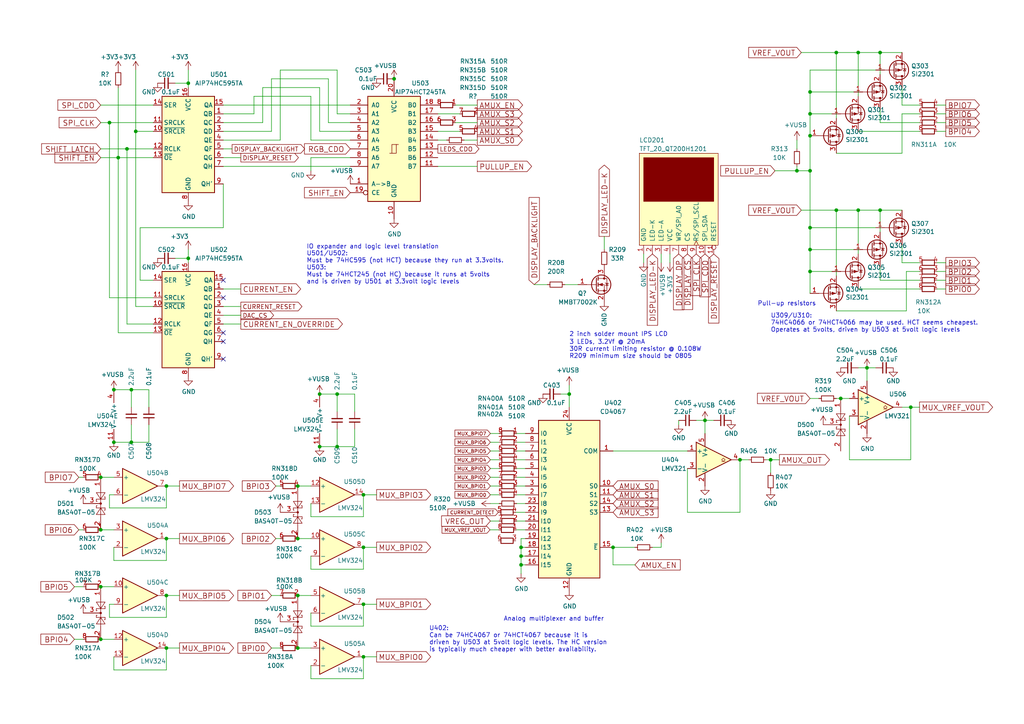
<source format=kicad_sch>
(kicad_sch (version 20230121) (generator eeschema)
  (paper "A4")
  (junction (at 151.13 161.29))
  (junction (at 92.71 114.3))
  (junction (at 29.21 170.18))
  (junction (at 105.41 190.5))
  (junction (at 234.95 33.02))
  (junction (at 248.92 15.24))
  (junction (at 248.92 60.96))
  (junction (at 38.1 113.03))
  (junction (at 86.36 140.97))
  (junction (at 243.84 115.57))
  (junction (at 33.02 128.27))
  (junction (at 223.52 133.35))
  (junction (at 105.41 175.26))
  (junction (at 48.26 140.97))
  (junction (at 251.46 106.68))
  (junction (at 234.95 72.39))
  (junction (at 177.8 158.75))
  (junction (at 29.21 153.67))
  (junction (at 214.63 133.35))
  (junction (at 86.36 156.21))
  (junction (at 255.27 15.24))
  (junction (at 234.95 66.04))
  (junction (at 97.79 114.3))
  (junction (at 86.36 172.72))
  (junction (at 29.21 138.43))
  (junction (at 48.26 187.96))
  (junction (at 31.75 35.56))
  (junction (at 151.13 158.75))
  (junction (at 38.1 128.27))
  (junction (at 34.29 45.72))
  (junction (at 242.57 60.96))
  (junction (at 97.79 129.54))
  (junction (at 48.26 172.72))
  (junction (at 255.27 60.96))
  (junction (at 234.95 49.53))
  (junction (at 204.47 121.92))
  (junction (at 165.1 114.3))
  (junction (at 234.95 78.74))
  (junction (at 231.14 49.53))
  (junction (at 151.13 163.83))
  (junction (at 105.41 143.51))
  (junction (at 234.95 39.37))
  (junction (at 29.21 185.42))
  (junction (at 39.37 38.1))
  (junction (at 54.61 24.13))
  (junction (at 92.71 129.54))
  (junction (at 234.95 26.67))
  (junction (at 48.26 156.21))
  (junction (at 114.3 22.86))
  (junction (at 264.16 118.11))
  (junction (at 86.36 187.96))
  (junction (at 33.02 113.03))
  (junction (at 54.61 74.93))
  (junction (at 242.57 15.24))
  (junction (at 105.41 158.75))
  (junction (at 36.83 43.18))
  (no_connect (at 64.77 104.14))
  (no_connect (at 64.77 96.52))
  (no_connect (at 64.77 81.28))
  (no_connect (at 64.77 86.36))
  (no_connect (at 64.77 99.06))
  (wire (pts (xy 246.38 133.35) (xy 246.38 120.65)))
  (wire (pts (xy 97.79 119.38) (xy 97.79 114.3)))
  (wire (pts (xy 40.64 66.04) (xy 40.64 81.28)))
  (wire (pts (xy 255.27 77.47) (xy 255.27 81.28)))
  (wire (pts (xy 234.95 115.57) (xy 237.49 115.57)))
  (wire (pts (xy 34.29 96.52) (xy 34.29 45.72)))
  (wire (pts (xy 39.37 20.32) (xy 39.37 38.1)))
  (wire (pts (xy 255.27 35.56) (xy 255.27 31.75)))
  (wire (pts (xy 64.77 91.44) (xy 69.85 91.44)))
  (wire (pts (xy 90.17 181.61) (xy 105.41 181.61)))
  (wire (pts (xy 241.3 78.74) (xy 234.95 78.74)))
  (wire (pts (xy 29.21 138.43) (xy 33.02 138.43)))
  (wire (pts (xy 254 20.32) (xy 234.95 20.32)))
  (wire (pts (xy 44.45 93.98) (xy 36.83 93.98)))
  (wire (pts (xy 48.26 140.97) (xy 52.07 140.97)))
  (wire (pts (xy 44.45 30.48) (xy 29.21 30.48)))
  (wire (pts (xy 261.62 25.4) (xy 261.62 30.48)))
  (wire (pts (xy 64.77 48.26) (xy 101.6 48.26)))
  (wire (pts (xy 271.78 33.02) (xy 274.32 33.02)))
  (wire (pts (xy 64.77 33.02) (xy 73.66 33.02)))
  (wire (pts (xy 243.84 115.57) (xy 246.38 115.57)))
  (wire (pts (xy 149.86 143.51) (xy 152.4 143.51)))
  (wire (pts (xy 222.25 133.35) (xy 223.52 133.35)))
  (wire (pts (xy 21.59 185.42) (xy 24.13 185.42)))
  (wire (pts (xy 36.83 43.18) (xy 44.45 43.18)))
  (wire (pts (xy 127 40.64) (xy 129.54 40.64)))
  (wire (pts (xy 158.75 82.55) (xy 154.94 82.55)))
  (wire (pts (xy 44.45 96.52) (xy 34.29 96.52)))
  (wire (pts (xy 138.43 35.56) (xy 132.08 35.56)))
  (wire (pts (xy 261.62 44.45) (xy 242.57 44.45)))
  (wire (pts (xy 105.41 165.1) (xy 105.41 158.75)))
  (wire (pts (xy 90.17 146.05) (xy 90.17 149.86)))
  (wire (pts (xy 186.69 73.66) (xy 186.69 76.2)))
  (wire (pts (xy 132.08 30.48) (xy 138.43 30.48)))
  (wire (pts (xy 231.14 40.64) (xy 231.14 43.18)))
  (wire (pts (xy 248.92 106.68) (xy 251.46 106.68)))
  (wire (pts (xy 21.59 170.18) (xy 24.13 170.18)))
  (wire (pts (xy 86.36 172.72) (xy 90.17 172.72)))
  (wire (pts (xy 223.52 137.16) (xy 223.52 133.35)))
  (wire (pts (xy 152.4 161.29) (xy 151.13 161.29)))
  (wire (pts (xy 247.65 26.67) (xy 234.95 26.67)))
  (wire (pts (xy 248.92 60.96) (xy 242.57 60.96)))
  (wire (pts (xy 80.01 140.97) (xy 81.28 140.97)))
  (wire (pts (xy 152.4 148.59) (xy 149.606 148.59)))
  (wire (pts (xy 248.92 27.94) (xy 248.92 15.24)))
  (wire (pts (xy 105.41 158.75) (xy 109.22 158.75)))
  (wire (pts (xy 48.26 179.07) (xy 48.26 172.72)))
  (wire (pts (xy 184.15 163.83) (xy 177.8 163.83)))
  (wire (pts (xy 95.25 22.86) (xy 95.25 35.56)))
  (wire (pts (xy 64.77 40.64) (xy 81.28 40.64)))
  (wire (pts (xy 133.35 38.1) (xy 127 38.1)))
  (wire (pts (xy 54.61 20.32) (xy 54.61 24.13)))
  (wire (pts (xy 204.47 121.92) (xy 204.47 125.73)))
  (wire (pts (xy 78.74 22.86) (xy 95.25 22.86)))
  (wire (pts (xy 54.61 24.13) (xy 54.61 25.4)))
  (wire (pts (xy 73.66 33.02) (xy 73.66 27.94)))
  (wire (pts (xy 151.13 161.29) (xy 151.13 163.83)))
  (wire (pts (xy 242.57 60.96) (xy 242.57 80.01)))
  (wire (pts (xy 33.02 158.75) (xy 33.02 162.56)))
  (wire (pts (xy 264.16 118.11) (xy 264.16 133.35)))
  (wire (pts (xy 255.27 21.59) (xy 255.27 15.24)))
  (wire (pts (xy 224.79 49.53) (xy 231.14 49.53)))
  (wire (pts (xy 144.78 125.73) (xy 142.24 125.73)))
  (wire (pts (xy 127 33.02) (xy 133.35 33.02)))
  (wire (pts (xy 142.24 128.27) (xy 144.78 128.27)))
  (wire (pts (xy 22.86 153.67) (xy 24.13 153.67)))
  (wire (pts (xy 102.87 119.38) (xy 102.87 114.3)))
  (wire (pts (xy 234.95 33.02) (xy 234.95 39.37)))
  (wire (pts (xy 38.1 118.11) (xy 38.1 113.03)))
  (wire (pts (xy 90.17 27.94) (xy 90.17 40.64)))
  (wire (pts (xy 266.7 118.11) (xy 264.16 118.11)))
  (wire (pts (xy 31.75 35.56) (xy 29.21 35.56)))
  (wire (pts (xy 152.4 135.89) (xy 149.86 135.89)))
  (wire (pts (xy 44.45 86.36) (xy 31.75 86.36)))
  (wire (pts (xy 31.75 86.36) (xy 31.75 35.56)))
  (wire (pts (xy 102.87 129.54) (xy 97.79 129.54)))
  (wire (pts (xy 81.28 40.64) (xy 81.28 20.32)))
  (wire (pts (xy 64.77 38.1) (xy 78.74 38.1)))
  (wire (pts (xy 90.17 149.86) (xy 105.41 149.86)))
  (wire (pts (xy 152.4 156.21) (xy 151.13 156.21)))
  (wire (pts (xy 152.4 140.97) (xy 149.86 140.97)))
  (wire (pts (xy 50.8 74.93) (xy 54.61 74.93)))
  (wire (pts (xy 261.62 71.12) (xy 261.62 76.2)))
  (wire (pts (xy 31.75 143.51) (xy 31.75 147.32)))
  (wire (pts (xy 92.71 25.4) (xy 92.71 38.1)))
  (wire (pts (xy 152.4 163.83) (xy 151.13 163.83)))
  (wire (pts (xy 261.62 76.2) (xy 266.7 76.2)))
  (wire (pts (xy 86.36 187.96) (xy 90.17 187.96)))
  (wire (pts (xy 36.83 43.18) (xy 29.21 43.18)))
  (wire (pts (xy 149.86 138.43) (xy 152.4 138.43)))
  (wire (pts (xy 127 48.26) (xy 138.43 48.26)))
  (wire (pts (xy 78.74 38.1) (xy 78.74 22.86)))
  (wire (pts (xy 90.17 177.8) (xy 90.17 181.61)))
  (wire (pts (xy 90.17 161.29) (xy 90.17 165.1)))
  (wire (pts (xy 194.31 73.66) (xy 194.31 76.2)))
  (wire (pts (xy 274.32 81.28) (xy 271.78 81.28)))
  (wire (pts (xy 38.1 113.03) (xy 33.02 113.03)))
  (wire (pts (xy 43.18 113.03) (xy 38.1 113.03)))
  (wire (pts (xy 184.15 158.75) (xy 177.8 158.75)))
  (wire (pts (xy 97.79 114.3) (xy 92.71 114.3)))
  (wire (pts (xy 31.75 179.07) (xy 48.26 179.07)))
  (wire (pts (xy 78.74 187.96) (xy 81.28 187.96)))
  (wire (pts (xy 254 106.68) (xy 251.46 106.68)))
  (wire (pts (xy 81.28 20.32) (xy 97.79 20.32)))
  (wire (pts (xy 105.41 175.26) (xy 109.22 175.26)))
  (wire (pts (xy 48.26 162.56) (xy 48.26 156.21)))
  (wire (pts (xy 105.41 190.5) (xy 109.22 190.5)))
  (wire (pts (xy 142.24 151.13) (xy 144.78 151.13)))
  (wire (pts (xy 67.31 43.18) (xy 64.77 43.18)))
  (wire (pts (xy 69.85 88.9) (xy 64.77 88.9)))
  (wire (pts (xy 78.74 172.72) (xy 81.28 172.72)))
  (wire (pts (xy 105.41 149.86) (xy 105.41 143.51)))
  (wire (pts (xy 191.77 158.75) (xy 189.23 158.75)))
  (wire (pts (xy 234.95 78.74) (xy 234.95 85.09)))
  (wire (pts (xy 33.02 194.31) (xy 48.26 194.31)))
  (wire (pts (xy 196.85 121.92) (xy 196.85 123.19)))
  (wire (pts (xy 255.27 67.31) (xy 255.27 60.96)))
  (wire (pts (xy 231.14 49.53) (xy 231.14 48.26)))
  (wire (pts (xy 165.1 111.76) (xy 165.1 114.3)))
  (wire (pts (xy 234.95 49.53) (xy 234.95 39.37)))
  (wire (pts (xy 90.17 45.72) (xy 90.17 49.53)))
  (wire (pts (xy 151.13 158.75) (xy 152.4 158.75)))
  (wire (pts (xy 217.17 133.35) (xy 214.63 133.35)))
  (wire (pts (xy 105.41 143.51) (xy 109.22 143.51)))
  (wire (pts (xy 255.27 15.24) (xy 248.92 15.24)))
  (wire (pts (xy 142.24 130.81) (xy 144.78 130.81)))
  (wire (pts (xy 271.78 38.1) (xy 274.32 38.1)))
  (wire (pts (xy 199.39 135.89) (xy 199.39 148.59)))
  (wire (pts (xy 254 66.04) (xy 234.95 66.04)))
  (wire (pts (xy 39.37 88.9) (xy 39.37 38.1)))
  (wire (pts (xy 255.27 81.28) (xy 266.7 81.28)))
  (wire (pts (xy 97.79 20.32) (xy 97.79 33.02)))
  (wire (pts (xy 151.13 158.75) (xy 151.13 161.29)))
  (wire (pts (xy 29.21 45.72) (xy 34.29 45.72)))
  (wire (pts (xy 149.733 153.67) (xy 152.4 153.67)))
  (wire (pts (xy 38.1 123.19) (xy 38.1 128.27)))
  (wire (pts (xy 31.75 175.26) (xy 31.75 179.07)))
  (wire (pts (xy 134.62 40.64) (xy 138.43 40.64)))
  (wire (pts (xy 261.62 15.24) (xy 255.27 15.24)))
  (wire (pts (xy 248.92 15.24) (xy 242.57 15.24)))
  (wire (pts (xy 48.26 156.21) (xy 52.07 156.21)))
  (wire (pts (xy 69.85 83.82) (xy 64.77 83.82)))
  (wire (pts (xy 29.21 185.42) (xy 33.02 185.42)))
  (wire (pts (xy 264.16 118.11) (xy 261.62 118.11)))
  (wire (pts (xy 214.63 148.59) (xy 214.63 133.35)))
  (wire (pts (xy 90.17 40.64) (xy 101.6 40.64)))
  (wire (pts (xy 242.57 15.24) (xy 242.57 34.29)))
  (wire (pts (xy 151.13 156.21) (xy 151.13 158.75)))
  (wire (pts (xy 44.45 38.1) (xy 39.37 38.1)))
  (wire (pts (xy 234.95 72.39) (xy 234.95 78.74)))
  (wire (pts (xy 251.46 106.68) (xy 251.46 110.49)))
  (wire (pts (xy 44.45 35.56) (xy 31.75 35.56)))
  (wire (pts (xy 31.75 175.26) (xy 33.02 175.26)))
  (wire (pts (xy 36.83 93.98) (xy 36.83 43.18)))
  (wire (pts (xy 29.21 153.67) (xy 33.02 153.67)))
  (wire (pts (xy 29.21 170.18) (xy 33.02 170.18)))
  (wire (pts (xy 191.77 157.48) (xy 191.77 158.75)))
  (wire (pts (xy 48.26 172.72) (xy 52.07 172.72)))
  (wire (pts (xy 234.95 26.67) (xy 234.95 33.02)))
  (wire (pts (xy 48.26 194.31) (xy 48.26 187.96)))
  (wire (pts (xy 33.02 190.5) (xy 33.02 194.31)))
  (wire (pts (xy 90.17 193.04) (xy 90.17 196.85)))
  (wire (pts (xy 54.61 72.39) (xy 54.61 74.93)))
  (wire (pts (xy 271.78 83.82) (xy 274.32 83.82)))
  (wire (pts (xy 177.8 163.83) (xy 177.8 158.75)))
  (wire (pts (xy 255.27 60.96) (xy 248.92 60.96)))
  (wire (pts (xy 95.25 35.56) (xy 101.6 35.56)))
  (wire (pts (xy 144.653 153.67) (xy 142.113 153.67)))
  (wire (pts (xy 31.75 147.32) (xy 48.26 147.32)))
  (wire (pts (xy 34.29 25.4) (xy 34.29 45.72)))
  (wire (pts (xy 90.17 196.85) (xy 105.41 196.85)))
  (wire (pts (xy 232.41 60.96) (xy 242.57 60.96)))
  (wire (pts (xy 64.77 30.48) (xy 101.6 30.48)))
  (wire (pts (xy 149.86 151.13) (xy 152.4 151.13)))
  (wire (pts (xy 149.86 125.73) (xy 152.4 125.73)))
  (wire (pts (xy 231.14 49.53) (xy 234.95 49.53)))
  (wire (pts (xy 97.79 33.02) (xy 101.6 33.02)))
  (wire (pts (xy 105.41 181.61) (xy 105.41 175.26)))
  (wire (pts (xy 261.62 33.02) (xy 261.62 44.45)))
  (wire (pts (xy 247.65 72.39) (xy 234.95 72.39)))
  (wire (pts (xy 163.83 82.55) (xy 167.64 82.55)))
  (wire (pts (xy 76.2 35.56) (xy 76.2 25.4)))
  (wire (pts (xy 144.78 133.35) (xy 142.24 133.35)))
  (wire (pts (xy 80.01 156.21) (xy 81.28 156.21)))
  (wire (pts (xy 105.41 196.85) (xy 105.41 190.5)))
  (wire (pts (xy 234.95 20.32) (xy 234.95 26.67)))
  (wire (pts (xy 264.16 133.35) (xy 246.38 133.35)))
  (wire (pts (xy 73.66 27.94) (xy 90.17 27.94)))
  (wire (pts (xy 97.79 129.54) (xy 92.71 129.54)))
  (wire (pts (xy 92.71 38.1) (xy 101.6 38.1)))
  (wire (pts (xy 271.78 35.56) (xy 274.32 35.56)))
  (wire (pts (xy 223.52 133.35) (xy 226.06 133.35)))
  (wire (pts (xy 33.02 162.56) (xy 48.26 162.56)))
  (wire (pts (xy 234.95 49.53) (xy 234.95 66.04)))
  (wire (pts (xy 248.92 73.66) (xy 248.92 60.96)))
  (wire (pts (xy 262.89 78.74) (xy 266.7 78.74)))
  (wire (pts (xy 152.4 128.27) (xy 149.86 128.27)))
  (wire (pts (xy 54.61 74.93) (xy 54.61 76.2)))
  (wire (pts (xy 271.78 78.74) (xy 274.32 78.74)))
  (wire (pts (xy 44.45 88.9) (xy 39.37 88.9)))
  (wire (pts (xy 242.57 15.24) (xy 232.41 15.24)))
  (wire (pts (xy 201.93 121.92) (xy 204.47 121.92)))
  (wire (pts (xy 102.87 124.46) (xy 102.87 129.54)))
  (wire (pts (xy 248.92 38.1) (xy 266.7 38.1)))
  (wire (pts (xy 261.62 33.02) (xy 266.7 33.02)))
  (wire (pts (xy 162.56 114.3) (xy 165.1 114.3)))
  (wire (pts (xy 262.89 78.74) (xy 262.89 90.17)))
  (wire (pts (xy 142.24 143.51) (xy 144.78 143.51)))
  (wire (pts (xy 38.1 128.27) (xy 33.02 128.27)))
  (wire (pts (xy 86.36 156.21) (xy 90.17 156.21)))
  (wire (pts (xy 48.26 187.96) (xy 52.07 187.96)))
  (wire (pts (xy 101.6 45.72) (xy 90.17 45.72)))
  (wire (pts (xy 248.92 83.82) (xy 266.7 83.82)))
  (wire (pts (xy 144.78 146.05) (xy 142.24 146.05)))
  (wire (pts (xy 149.86 146.05) (xy 152.4 146.05)))
  (wire (pts (xy 165.1 118.11) (xy 165.1 114.3)))
  (wire (pts (xy 207.01 121.92) (xy 204.47 121.92)))
  (wire (pts (xy 40.64 81.28) (xy 44.45 81.28)))
  (wire (pts (xy 262.89 90.17) (xy 242.57 90.17)))
  (wire (pts (xy 261.62 30.48) (xy 266.7 30.48)))
  (wire (pts (xy 76.2 25.4) (xy 92.71 25.4)))
  (wire (pts (xy 50.8 24.13) (xy 54.61 24.13)))
  (wire (pts (xy 274.32 76.2) (xy 271.78 76.2)))
  (wire (pts (xy 142.24 138.43) (xy 144.78 138.43)))
  (wire (pts (xy 86.36 140.97) (xy 90.17 140.97)))
  (wire (pts (xy 271.78 30.48) (xy 274.32 30.48)))
  (wire (pts (xy 177.8 130.81) (xy 199.39 130.81)))
  (wire (pts (xy 102.87 114.3) (xy 97.79 114.3)))
  (wire (pts (xy 90.17 165.1) (xy 105.41 165.1)))
  (wire (pts (xy 144.78 140.97) (xy 142.24 140.97)))
  (wire (pts (xy 64.77 35.56) (xy 76.2 35.56)))
  (wire (pts (xy 175.26 68.58) (xy 175.26 72.39)))
  (wire (pts (xy 199.39 148.59) (xy 214.63 148.59)))
  (wire (pts (xy 191.77 73.66) (xy 191.77 76.2)))
  (wire (pts (xy 97.79 124.46) (xy 97.79 129.54)))
  (wire (pts (xy 234.95 66.04) (xy 234.95 72.39)))
  (wire (pts (xy 261.62 60.96) (xy 255.27 60.96)))
  (wire (pts (xy 241.3 33.02) (xy 234.95 33.02)))
  (wire (pts (xy 64.77 53.34) (xy 64.77 66.04)))
  (wire (pts (xy 43.18 123.19) (xy 43.18 128.27)))
  (wire (pts (xy 69.85 93.98) (xy 64.77 93.98)))
  (wire (pts (xy 242.57 115.57) (xy 243.84 115.57)))
  (wire (pts (xy 22.86 138.43) (xy 24.13 138.43)))
  (wire (pts (xy 48.26 147.32) (xy 48.26 140.97)))
  (wire (pts (xy 43.18 118.11) (xy 43.18 113.03)))
  (wire (pts (xy 64.77 66.04) (xy 40.64 66.04)))
  (wire (pts (xy 149.86 130.81) (xy 152.4 130.81)))
  (wire (pts (xy 255.27 35.56) (xy 266.7 35.56)))
  (wire (pts (xy 144.78 135.89) (xy 142.24 135.89)))
  (wire (pts (xy 152.4 133.35) (xy 149.86 133.35)))
  (wire (pts (xy 43.18 128.27) (xy 38.1 128.27)))
  (wire (pts (xy 64.77 45.72) (xy 69.85 45.72)))
  (wire (pts (xy 44.45 45.72) (xy 34.29 45.72)))
  (wire (pts (xy 31.75 143.51) (xy 33.02 143.51)))
  (wire (pts (xy 151.13 163.83) (xy 151.13 166.37)))
  (text "IO expander and logic level translation" (at 88.9 72.39 0) (effects (font (size 1.27 1.27)) (justify left bottom)))
  (text "Analog multiplexer and buffer" (at 146.05 180.34 0) (effects (font (size 1.27 1.27)) (justify left bottom)))
  (text "U402:\nCan be 74HC4067 or 74HCT4067 because it is \ndriven by U503 at 5volt logic levels. The HC version \nis typically much cheaper with better availability." (at 124.46 189.23 0) (effects (font (size 1.27 1.27)) (justify left bottom)))
  (text "3 LEDs, 3.2Vf @ 20mA\n30R current limiting resistor @ 0.108W\nR209 minimum size should be 0805" (at 165.1 104.14 0) (effects (font (size 1.27 1.27)) (justify left bottom)))
  (text "2 inch solder mount IPS LCD" (at 165.1 97.79 0) (effects (font (size 1.27 1.27)) (justify left bottom)))
  (text "U501/U502:\nMust be 74HC595 (not HCT) because they run at 3.3volts.\nU503:\nMust be 74HCT245 (not HC) because it runs at 5volts\nand is driven by U501 at 3.3volt logic levels" (at 88.9 82.55 0) (effects (font (size 1.27 1.27)) (justify left bottom)))
  (text "U309/U310:\n74HC4066 or 74HCT4066 may be used. HCT seems cheapest.\nOperates at 5volts, driven by U503 at 5volt logic levels" (at 223.52 96.52 0) (effects (font (size 1.27 1.27)) (justify left bottom)))
  (text "Pull-up resistors" (at 219.71 88.9 0) (effects (font (size 1.27 1.27)) (justify left bottom)))
  (global_label "MUX_VREF_VOUT" (shape input) (at 142.113 153.67 180) (effects (font (size 1 1))) (property "Intersheetrefs" "${INTERSHEET_REFS}" (effects hide)))
  (global_label "AMUX_S3" (shape input) (at 177.8 148.59 0) (effects (font (size 1.524 1.524))) (property "Intersheetrefs" "${INTERSHEET_REFS}" (effects hide)))
  (global_label "AMUX_S3" (shape output) (at 138.43 33.02 0) (effects (font (size 1.524 1.524))) (property "Intersheetrefs" "${INTERSHEET_REFS}" (effects hide)))
  (global_label "AMUX_S2" (shape input) (at 177.8 146.05 0) (effects (font (size 1.524 1.524))) (property "Intersheetrefs" "${INTERSHEET_REFS}" (effects hide)))
  (global_label "CURRENT_EN_OVERRIDE" (shape output) (at 69.85 93.98 0) (effects (font (size 1.524 1.524))) (property "Intersheetrefs" "${INTERSHEET_REFS}" (effects hide)))
  (global_label "DISPLAY_LED-K" (shape output) (at 175.26 68.58 90) (effects (font (size 1.524 1.524))) (property "Intersheetrefs" "${INTERSHEET_REFS}" (effects hide)))
  (global_label "MUX_BPIO5" (shape input) (at 142.24 130.81 180) (effects (font (size 1 1))) (property "Intersheetrefs" "${INTERSHEET_REFS}" (effects hide)))
  (global_label "DAC_CS" (shape output) (at 69.85 91.44 0) (property "Intersheetrefs" "${INTERSHEET_REFS}" (effects hide)))
  (global_label "BPIO0" (shape input) (at 78.74 187.96 180) (effects (font (size 1.524 1.524))) (property "Intersheetrefs" "${INTERSHEET_REFS}" (effects hide)))
  (global_label "DISPLAY_BACKLIGHT" (shape output) (at 67.31 43.18 0) (property "Intersheetrefs" "${INTERSHEET_REFS}" (effects hide)))
  (global_label "BPIO1" (shape input) (at 78.74 172.72 180) (effects (font (size 1.524 1.524))) (property "Intersheetrefs" "${INTERSHEET_REFS}" (effects hide)))
  (global_label "SPI_CLK" (shape input) (at 29.21 35.56 180) (effects (font (size 1.524 1.524))) (property "Intersheetrefs" "${INTERSHEET_REFS}" (effects hide)))
  (global_label "MUX_VREF_VOUT" (shape output) (at 266.7 118.11 0) (effects (font (size 1.524 1.524))) (property "Intersheetrefs" "${INTERSHEET_REFS}" (effects hide)))
  (global_label "SHIFT_EN" (shape input) (at 29.21 45.72 180) (effects (font (size 1.524 1.524))) (property "Intersheetrefs" "${INTERSHEET_REFS}" (effects hide)))
  (global_label "MUX_BPIO4" (shape input) (at 142.24 133.35 180) (effects (font (size 1 1))) (property "Intersheetrefs" "${INTERSHEET_REFS}" (effects hide)))
  (global_label "LEDS_CDO" (shape output) (at 127 43.18 0) (property "Intersheetrefs" "${INTERSHEET_REFS}" (effects hide)))
  (global_label "BPIO0" (shape output) (at 274.32 83.82 0) (effects (font (size 1.524 1.524))) (property "Intersheetrefs" "${INTERSHEET_REFS}" (effects hide)))
  (global_label "VREF_VOUT" (shape input) (at 232.41 60.96 180) (effects (font (size 1.524 1.524))) (property "Intersheetrefs" "${INTERSHEET_REFS}" (effects hide)))
  (global_label "BPIO4" (shape output) (at 274.32 38.1 0) (effects (font (size 1.524 1.524))) (property "Intersheetrefs" "${INTERSHEET_REFS}" (effects hide)))
  (global_label "MUX_BPIO4" (shape output) (at 52.07 187.96 0) (effects (font (size 1.524 1.524))) (property "Intersheetrefs" "${INTERSHEET_REFS}" (effects hide)))
  (global_label "MUX_BPIO3" (shape output) (at 109.22 143.51 0) (effects (font (size 1.524 1.524))) (property "Intersheetrefs" "${INTERSHEET_REFS}" (effects hide)))
  (global_label "VREG_OUT" (shape input) (at 142.24 151.13 180) (effects (font (size 1.524 1.524))) (property "Intersheetrefs" "${INTERSHEET_REFS}" (effects hide)))
  (global_label "MUX_BPIO2" (shape output) (at 109.22 158.75 0) (effects (font (size 1.524 1.524))) (property "Intersheetrefs" "${INTERSHEET_REFS}" (effects hide)))
  (global_label "MUX_BPIO2" (shape input) (at 142.24 138.43 180) (effects (font (size 1 1))) (property "Intersheetrefs" "${INTERSHEET_REFS}" (effects hide)))
  (global_label "VREF_VOUT" (shape input) (at 232.41 15.24 180) (effects (font (size 1.524 1.524))) (property "Intersheetrefs" "${INTERSHEET_REFS}" (effects hide)))
  (global_label "BPIO2" (shape input) (at 80.01 156.21 180) (effects (font (size 1.524 1.524))) (property "Intersheetrefs" "${INTERSHEET_REFS}" (effects hide)))
  (global_label "MUX_BPIO6" (shape output) (at 52.07 156.21 0) (effects (font (size 1.524 1.524))) (property "Intersheetrefs" "${INTERSHEET_REFS}" (effects hide)))
  (global_label "PULLUP_EN" (shape output) (at 138.43 48.26 0) (effects (font (size 1.524 1.524))) (property "Intersheetrefs" "${INTERSHEET_REFS}" (effects hide)))
  (global_label "SPI_CDO" (shape input) (at 29.21 30.48 180) (effects (font (size 1.524 1.524))) (property "Intersheetrefs" "${INTERSHEET_REFS}" (effects hide)))
  (global_label "DISPLAY_BACKLIGHT" (shape input) (at 154.94 82.55 90) (effects (font (size 1.524 1.524))) (property "Intersheetrefs" "${INTERSHEET_REFS}" (effects hide)))
  (global_label "CURRENT_EN" (shape output) (at 69.85 83.82 0) (effects (font (size 1.524 1.524))) (property "Intersheetrefs" "${INTERSHEET_REFS}" (effects hide)))
  (global_label "BPIO5" (shape output) (at 274.32 35.56 0) (effects (font (size 1.524 1.524))) (property "Intersheetrefs" "${INTERSHEET_REFS}" (effects hide)))
  (global_label "SHIFT_EN" (shape input) (at 101.6 55.88 180) (effects (font (size 1.524 1.524))) (property "Intersheetrefs" "${INTERSHEET_REFS}" (effects hide)))
  (global_label "AMUX_EN" (shape input) (at 184.15 163.83 0) (effects (font (size 1.524 1.524))) (property "Intersheetrefs" "${INTERSHEET_REFS}" (effects hide)))
  (global_label "BPIO3" (shape input) (at 80.01 140.97 180) (effects (font (size 1.524 1.524))) (property "Intersheetrefs" "${INTERSHEET_REFS}" (effects hide)))
  (global_label "SPI_CDO" (shape input) (at 204.47 73.66 270) (effects (font (size 1.524 1.524))) (property "Intersheetrefs" "${INTERSHEET_REFS}" (effects hide)))
  (global_label "MUX_BPIO3" (shape input) (at 142.24 135.89 180) (effects (font (size 1 1))) (property "Intersheetrefs" "${INTERSHEET_REFS}" (effects hide)))
  (global_label "MUX_BPIO7" (shape output) (at 52.07 140.97 0) (effects (font (size 1.524 1.524))) (property "Intersheetrefs" "${INTERSHEET_REFS}" (effects hide)))
  (global_label "SHIFT_LATCH" (shape input) (at 29.21 43.18 180) (effects (font (size 1.524 1.524))) (property "Intersheetrefs" "${INTERSHEET_REFS}" (effects hide)))
  (global_label "BPIO6" (shape input) (at 22.86 153.67 180) (effects (font (size 1.524 1.524))) (property "Intersheetrefs" "${INTERSHEET_REFS}" (effects hide)))
  (global_label "PULLUP_EN" (shape input) (at 224.79 49.53 180) (effects (font (size 1.524 1.524))) (property "Intersheetrefs" "${INTERSHEET_REFS}" (effects hide)))
  (global_label "CURRENT_DETECT" (shape input) (at 144.526 148.59 180) (effects (font (size 0.9906 0.9906))) (property "Intersheetrefs" "${INTERSHEET_REFS}" (effects hide)))
  (global_label "VREF_VOUT" (shape input) (at 234.95 115.57 180) (effects (font (size 1.524 1.524))) (property "Intersheetrefs" "${INTERSHEET_REFS}" (effects hide)))
  (global_label "MUX_BPIO0" (shape input) (at 142.24 143.51 180) (effects (font (size 1 1))) (property "Intersheetrefs" "${INTERSHEET_REFS}" (effects hide)))
  (global_label "AMUX_EN" (shape output) (at 138.43 30.48 0) (effects (font (size 1.524 1.524))) (property "Intersheetrefs" "${INTERSHEET_REFS}" (effects hide)))
  (global_label "DISPLAY_LED-K" (shape input) (at 189.23 73.66 270) (effects (font (size 1.524 1.524))) (property "Intersheetrefs" "${INTERSHEET_REFS}" (effects hide)))
  (global_label "AMUX_OUT" (shape output) (at 226.06 133.35 0) (effects (font (size 1.524 1.524))) (property "Intersheetrefs" "${INTERSHEET_REFS}" (effects hide)))
  (global_label "MUX_BPIO0" (shape output) (at 109.22 190.5 0) (effects (font (size 1.524 1.524))) (property "Intersheetrefs" "${INTERSHEET_REFS}" (effects hide)))
  (global_label "BPIO5" (shape input) (at 21.59 170.18 180) (effects (font (size 1.524 1.524))) (property "Intersheetrefs" "${INTERSHEET_REFS}" (effects hide)))
  (global_label "RGB_CDO" (shape input) (at 101.6 43.18 180) (effects (font (size 1.524 1.524))) (property "Intersheetrefs" "${INTERSHEET_REFS}" (effects hide)))
  (global_label "DISPLAY_RESET" (shape input) (at 207.01 73.66 270) (effects (font (size 1.524 1.524))) (property "Intersheetrefs" "${INTERSHEET_REFS}" (effects hide)))
  (global_label "BPIO7" (shape output) (at 274.32 30.48 0) (effects (font (size 1.524 1.524))) (property "Intersheetrefs" "${INTERSHEET_REFS}" (effects hide)))
  (global_label "BPIO7" (shape input) (at 22.86 138.43 180) (effects (font (size 1.524 1.524))) (property "Intersheetrefs" "${INTERSHEET_REFS}" (effects hide)))
  (global_label "SPI_CLK" (shape input) (at 201.93 73.66 270) (effects (font (size 1.524 1.524))) (property "Intersheetrefs" "${INTERSHEET_REFS}" (effects hide)))
  (global_label "MUX_BPIO6" (shape input) (at 142.24 128.27 180) (effects (font (size 1 1))) (property "Intersheetrefs" "${INTERSHEET_REFS}" (effects hide)))
  (global_label "MUX_BPIO7" (shape input) (at 142.24 125.73 180) (effects (font (size 1 1))) (property "Intersheetrefs" "${INTERSHEET_REFS}" (effects hide)))
  (global_label "BPIO6" (shape output) (at 274.32 33.02 0) (effects (font (size 1.524 1.524))) (property "Intersheetrefs" "${INTERSHEET_REFS}" (effects hide)))
  (global_label "DISPLAY_DP" (shape input) (at 196.85 73.66 270) (effects (font (size 1.524 1.524))) (property "Intersheetrefs" "${INTERSHEET_REFS}" (effects hide)))
  (global_label "BPIO1" (shape output) (at 274.32 81.28 0) (effects (font (size 1.524 1.524))) (property "Intersheetrefs" "${INTERSHEET_REFS}" (effects hide)))
  (global_label "CURRENT_RESET" (shape output) (at 69.85 88.9 0) (property "Intersheetrefs" "${INTERSHEET_REFS}" (effects hide)))
  (global_label "AMUX_S0" (shape input) (at 177.8 140.97 0) (effects (font (size 1.524 1.524))) (property "Intersheetrefs" "${INTERSHEET_REFS}" (effects hide)))
  (global_label "BPIO2" (shape output) (at 274.32 78.74 0) (effects (font (size 1.524 1.524))) (property "Intersheetrefs" "${INTERSHEET_REFS}" (effects hide)))
  (global_label "AMUX_S1" (shape output) (at 138.43 38.1 0) (effects (font (size 1.524 1.524))) (property "Intersheetrefs" "${INTERSHEET_REFS}" (effects hide)))
  (global_label "MUX_BPIO1" (shape input) (at 142.24 140.97 180) (effects (font (size 1 1))) (property "Intersheetrefs" "${INTERSHEET_REFS}" (effects hide)))
  (global_label "DISPLAY_RESET" (shape output) (at 69.85 45.72 0) (property "Intersheetrefs" "${INTERSHEET_REFS}" (effects hide)))
  (global_label "AMUX_S2" (shape output) (at 138.43 35.56 0) (effects (font (size 1.524 1.524))) (property "Intersheetrefs" "${INTERSHEET_REFS}" (effects hide)))
  (global_label "MUX_BPIO5" (shape output) (at 52.07 172.72 0) (effects (font (size 1.524 1.524))) (property "Intersheetrefs" "${INTERSHEET_REFS}" (effects hide)))
  (global_label "AMUX_S0" (shape output) (at 138.43 40.64 0) (effects (font (size 1.524 1.524))) (property "Intersheetrefs" "${INTERSHEET_REFS}" (effects hide)))
  (global_label "DISPLAY_CS" (shape input) (at 199.39 73.66 270) (effects (font (size 1.524 1.524))) (property "Intersheetrefs" "${INTERSHEET_REFS}" (effects hide)))
  (global_label "BPIO3" (shape output) (at 274.32 76.2 0) (effects (font (size 1.524 1.524))) (property "Intersheetrefs" "${INTERSHEET_REFS}" (effects hide)))
  (global_label "MUX_BPIO1" (shape output) (at 109.22 175.26 0) (effects (font (size 1.524 1.524))) (property "Intersheetrefs" "${INTERSHEET_REFS}" (effects hide)))
  (global_label "AMUX_S1" (shape input) (at 177.8 143.51 0) (effects (font (size 1.524 1.524))) (property "Intersheetrefs" "${INTERSHEET_REFS}" (effects hide)))
  (global_label "BPIO4" (shape input) (at 21.59 185.42 180) (effects (font (size 1.524 1.524))) (property "Intersheetrefs" "${INTERSHEET_REFS}" (effects hide)))
  (symbol (lib_id "Device:R_Small") (at 186.69 158.75 270) (unit 1)
    (property "Reference" "R402" (at 186.69 153.67 90) (effects (justify right)))
    (property "Value" "10K" (at 186.69 156.21 90) (effects (justify right)))
    (property "Footprint" "Resistor_SMD:R_0402_1005Metric" (effects hide))
    (property "RMB" "0.004864" (effects hide))
    (property "Supplier" "https://item.szlcsc.com/61542.html" (effects hide))
  )
  (symbol (lib_id "Device:R_Small") (at 219.71 133.35 90) (unit 1)
    (property "Reference" "R406" (at 217.17 130.81 90))
    (property "Value" "10K" (at 223.52 130.81 90))
    (property "Footprint" "Resistor_SMD:R_0402_1005Metric" (effects hide))
    (property "RMB" "0.004864" (effects hide))
    (property "Supplier" "https://item.szlcsc.com/61542.html" (effects hide))
  )
  (symbol (lib_id "power:GND") (at 165.1 171.45 0) (unit 1)
    (property "Reference" "#PWR0409" (effects hide))
    (property "Value" "GND" (at 165.227 175.8442 0))
  )
  (symbol (lib_id "Device:C_Small") (at 160.02 114.3 90) (unit 1)
    (property "Reference" "C403" (at 160.02 111.76 90))
    (property "Value" "0.1uF" (at 161.29 116.84 90))
    (property "Footprint" "Capacitor_SMD:C_0402_1005Metric" (effects hide))
    (property "RMB" "0.00628" (effects hide))
    (property "Supplier" "https://item.szlcsc.com/1877.html" (effects hide))
  )
  (symbol (lib_id "power:GND") (at 157.48 114.3 0) (unit 1)
    (property "Reference" "#PWR0407" (effects hide))
    (property "Value" "GND" (at 154.94 116.84 0))
  )
  (symbol (lib_id "74xx:CD74HC4067M") (at 165.1 143.51 0) (mirror y) (unit 1)
    (property "Reference" "U402" (at 177.8 116.84 0))
    (property "Value" "CD4067" (at 177.8 119.38 0))
    (property "Footprint" "Package_SO:TSSOP-24_4.4x7.8mm_P0.65mm" (effects hide))
    (property "Datasheet" "http://www.ti.com/lit/ds/symlink/cd74hc4067.pdf" (effects hide))
    (property "Supplier" "https://eu.mouser.com/ProductDetail/Nexperia/74HCT4067PW118" (effects hide))
    (property "USD" "0.762" (effects hide))
  )
  (symbol (lib_id "dp-power:+VUSB") (at 165.1 111.76 0) (unit 1)
    (property "Reference" "#PWR0408" (effects hide))
    (property "Value" "+VUSB" (at 164.719 107.3658 0))
  )
  (symbol (lib_id "dp-power:+VUSB") (at 231.14 40.64 0) (unit 1)
    (property "Reference" "#PWR0360" (effects hide))
    (property "Value" "+VUSB" (at 230.759 36.2458 0))
  )
  (symbol (lib_id "Device:R_Small") (at 223.52 139.7 180) (unit 1)
    (property "Reference" "R407" (at 224.79 138.43 0) (effects (justify right)))
    (property "Value" "10K" (at 224.79 140.97 0) (effects (justify right)))
    (property "Footprint" "Resistor_SMD:R_0402_1005Metric" (effects hide))
    (property "RMB" "0.004864" (effects hide))
    (property "Supplier" "https://item.szlcsc.com/61542.html" (effects hide))
  )
  (symbol (lib_id "power:GND") (at 223.52 142.24 0) (unit 1)
    (property "Reference" "#PWR0420" (effects hide))
    (property "Value" "GND" (at 223.52 146.05 0))
  )
  (symbol (lib_id "power:GND") (at 186.69 76.2 0) (unit 1)
    (property "Reference" "#PWR0212" (effects hide))
    (property "Value" "GND" (at 186.69 81.28 90))
  )
  (symbol (lib_id "Transistor_FET:BSS138") (at 172.72 82.55 0) (unit 1)
    (property "Reference" "Q?" (at 168.91 85.09 0))
    (property "Value" "MMBT7002K" (at 167.64 87.63 0))
    (property "Footprint" "Package_TO_SOT_SMD:SOT-23" (effects hide))
    (property "Datasheet" "https://www.fairchildsemi.com/datasheets/BS/BSS138.pdf" (effects hide))
    (property "RMB" "0.140017" (effects hide))
    (property "Supplier" "https://item.szlcsc.com/544697.html" (effects hide))
    (instances (project "BusPirate-5-rev10" (path "" (reference "Q?") (unit 1)) (path "" (reference "Q202") (unit 1))))
  )
  (symbol (lib_id "Device:R_Small") (at 175.26 74.93 180) (unit 1)
    (property "Reference" "R209" (at 179.07 72.39 0))
    (property "Value" "33R" (at 179.07 74.93 0))
    (property "Footprint" "Resistor_SMD:R_0805_2012Metric" (effects hide))
    (property "RMB" "0.019315" (effects hide))
    (property "Supplier" "https://item.szlcsc.com/139271.html" (effects hide))
  )
  (symbol (lib_id "power:GND") (at 175.26 87.63 0) (unit 1)
    (property "Reference" "#PWR0211" (effects hide))
    (property "Value" "GND" (at 175.26 92.71 90))
  )
  (symbol (lib_id "power:+3V3") (at 194.31 76.2 180) (unit 1)
    (property "Reference" "#PWR0214" (effects hide))
    (property "Value" "+3V3" (at 194.31 82.55 90))
  )
  (symbol (lib_id "dp-power:+VUSB") (at 191.77 76.2 180) (unit 1)
    (property "Reference" "#PWR0213" (effects hide))
    (property "Value" "+VUSB" (at 192.151 79.4258 90) (effects (justify left)))
  )
  (symbol (lib_id "power:+3V3") (at 54.61 20.32 0) (unit 1)
    (property "Reference" "#PWR?" (effects hide))
    (property "Value" "+3V3" (at 52.07 16.51 0))
    (instances (project "BusPirate-5-rev10" (path "" (reference "#PWR?") (unit 1)) (path "" (reference "#PWR0505") (unit 1))))
  )
  (symbol (lib_id "power:+3V3") (at 39.37 20.32 0) (unit 1)
    (property "Reference" "#PWR?" (effects hide))
    (property "Value" "+3V3" (at 36.83 16.51 0))
    (instances (project "BusPirate-5-rev10" (path "" (reference "#PWR?") (unit 1)) (path "" (reference "#PWR0502") (unit 1))))
  )
  (symbol (lib_id "power:+3V3") (at 54.61 72.39 0) (unit 1)
    (property "Reference" "#PWR?" (effects hide))
    (property "Value" "+3V3" (at 52.07 68.58 0))
    (instances (project "BusPirate-5-rev10" (path "" (reference "#PWR?") (unit 1)) (path "" (reference "#PWR0507") (unit 1))))
  )
  (symbol (lib_id "Device:R_Small") (at 34.29 22.86 0) (unit 1)
    (property "Reference" "R?" (at 30.48 21.59 0))
    (property "Value" "10K" (at 30.48 24.13 0))
    (property "Footprint" "Resistor_SMD:R_0402_1005Metric" (effects hide))
    (property "RMB" "0.004864" (effects hide))
    (property "Supplier" "https://item.szlcsc.com/61542.html" (effects hide))
    (instances (project "BusPirate-5-rev10" (path "" (reference "R?") (unit 1)) (path "" (reference "R501") (unit 1))))
  )
  (symbol (lib_id "power:+3V3") (at 34.29 20.32 0) (unit 1)
    (property "Reference" "#PWR?" (effects hide))
    (property "Value" "+3V3" (at 31.75 16.51 0))
    (instances (project "BusPirate-5-rev10" (path "" (reference "#PWR?") (unit 1)) (path "" (reference "#PWR0501") (unit 1))))
  )
  (symbol (lib_id "74xx:74AHCT595") (at 54.61 40.64 0) (unit 1)
    (property "Reference" "U501" (at 63.5 21.59 0))
    (property "Value" "AIP74HC595TA" (at 63.5 24.13 0))
    (property "Footprint" "Package_SO:TSSOP-16_4.4x5mm_P0.65mm" (effects hide))
    (property "Datasheet" "https://assets.nexperia.com/documents/data-sheet/74AHC_AHCT595.pdf" (effects hide))
    (property "RMB" "0.8014" (effects hide))
    (property "Supplier" "https://item.szlcsc.com/163616.html" (effects hide))
  )
  (symbol (lib_id "power:GND") (at 54.61 58.42 0) (unit 1)
    (property "Reference" "#PWR0506" (effects hide))
    (property "Value" "GND" (at 54.737 62.8142 0))
  )
  (symbol (lib_id "Device:C_Small") (at 48.26 24.13 90) (unit 1)
    (property "Reference" "C501" (at 48.26 21.59 90))
    (property "Value" "0.1uF" (at 49.53 26.67 90))
    (property "Footprint" "Capacitor_SMD:C_0402_1005Metric" (effects hide))
    (property "RMB" "0.00628" (effects hide))
    (property "Supplier" "https://item.szlcsc.com/1877.html" (effects hide))
  )
  (symbol (lib_id "power:GND") (at 45.72 24.13 0) (unit 1)
    (property "Reference" "#PWR0503" (effects hide))
    (property "Value" "GND" (at 43.18 26.67 0))
  )
  (symbol (lib_id "74xx:74AHCT595") (at 54.61 91.44 0) (unit 1)
    (property "Reference" "U502" (at 63.5 72.39 0))
    (property "Value" "AIP74HC595TA" (at 63.5 74.93 0))
    (property "Footprint" "Package_SO:TSSOP-16_4.4x5mm_P0.65mm" (effects hide))
    (property "Datasheet" "https://assets.nexperia.com/documents/data-sheet/74AHC_AHCT595.pdf" (effects hide))
    (property "RMB" "0.8014" (effects hide))
    (property "Supplier" "https://item.szlcsc.com/163616.html" (effects hide))
  )
  (symbol (lib_id "power:GND") (at 45.72 74.93 0) (unit 1)
    (property "Reference" "#PWR0504" (effects hide))
    (property "Value" "GND" (at 43.18 77.47 0))
  )
  (symbol (lib_id "Device:C_Small") (at 48.26 74.93 90) (unit 1)
    (property "Reference" "C502" (at 48.26 72.39 90))
    (property "Value" "0.1uF" (at 49.53 77.47 90))
    (property "Footprint" "Capacitor_SMD:C_0402_1005Metric" (effects hide))
    (property "RMB" "0.00628" (effects hide))
    (property "Supplier" "https://item.szlcsc.com/1877.html" (effects hide))
  )
  (symbol (lib_id "power:GND") (at 54.61 109.22 0) (unit 1)
    (property "Reference" "#PWR0508" (effects hide))
    (property "Value" "GND" (at 54.737 113.6142 0))
  )
  (symbol (lib_id "dp-power:+VUSB") (at 142.24 146.05 90) (unit 1)
    (property "Reference" "#PWR0406" (effects hide))
    (property "Value" "+VUSB" (at 134.62 146.05 90))
  )
  (symbol (lib_id "power:GND") (at 114.3 63.5 0) (unit 1)
    (property "Reference" "#PWR0512" (effects hide))
    (property "Value" "GND" (at 114.427 67.8942 0))
  )
  (symbol (lib_id "74xx:74HC245") (at 114.3 43.18 0) (unit 1)
    (property "Reference" "U503" (at 121.92 24.13 0))
    (property "Value" "AIP74HCT245TA" (at 121.92 26.67 0))
    (property "Footprint" "Package_SO:TSSOP-20_4.4x6.5mm_P0.65mm" (effects hide))
    (property "Datasheet" "http://www.ti.com/lit/gpn/sn74HC245" (effects hide))
  )
  (symbol (lib_id "dp-power:+VUSB") (at 114.3 22.86 0) (unit 1)
    (property "Reference" "#PWR0511" (effects hide))
    (property "Value" "+VUSB" (at 111.76 19.05 0))
  )
  (symbol (lib_id "Device:R_Small") (at 161.29 82.55 90) (mirror x) (unit 1)
    (property "Reference" "R208" (at 161.29 76.2 90))
    (property "Value" "200R" (at 161.29 78.74 90))
    (property "Footprint" "Resistor_SMD:R_0402_1005Metric" (effects hide))
    (property "RMB" "0.005749" (effects hide))
    (property "Supplier" "https://item.szlcsc.com/61543.html" (effects hide))
  )
  (symbol (lib_id "Device:C_Small") (at 111.76 22.86 90) (unit 1)
    (property "Reference" "C503" (at 105.41 20.32 90))
    (property "Value" "0.1uF" (at 106.68 22.86 90))
    (property "Footprint" "Capacitor_SMD:C_0402_1005Metric" (effects hide))
    (property "RMB" "0.00628" (effects hide))
    (property "Supplier" "https://item.szlcsc.com/1877.html" (effects hide))
  )
  (symbol (lib_id "power:GND") (at 109.22 22.86 0) (unit 1)
    (property "Reference" "#PWR0510" (effects hide))
    (property "Value" "GND" (at 106.68 25.4 0))
  )
  (symbol (lib_id "dp-power:+VUSB") (at 101.6 53.34 0) (unit 1)
    (property "Reference" "#PWR0509" (effects hide))
    (property "Value" "+VUSB" (at 99.06 49.53 0))
  )
  (symbol (lib_id "dp-power:+VUSB") (at 191.77 157.48 0) (unit 1)
    (property "Reference" "#PWR0413" (effects hide))
    (property "Value" "+VUSB" (at 191.77 153.67 0))
  )
  (symbol (lib_id "Device:C_Small") (at 199.39 121.92 90) (unit 1)
    (property "Reference" "C405" (at 198.12 116.84 90))
    (property "Value" "2.2uF" (at 198.12 119.38 90))
    (property "Footprint" "Capacitor_SMD:C_0402_1005Metric" (effects hide))
    (property "RMB" "0.00628" (effects hide))
    (property "Supplier" "https://item.szlcsc.com/1877.html" (effects hide))
  )
  (symbol (lib_id "power:GND") (at 196.85 123.19 0) (unit 1)
    (property "Reference" "#PWR0414" (effects hide))
    (property "Value" "GND" (at 196.85 127 0))
  )
  (symbol (lib_id "dp-power:+VUSB") (at 204.47 121.92 0) (unit 1)
    (property "Reference" "#PWR0415" (effects hide))
    (property "Value" "+VUSB" (at 204.089 117.5258 0))
  )
  (symbol (lib_id "power:GND") (at 204.47 140.97 0) (unit 1)
    (property "Reference" "#PWR0416" (effects hide))
    (property "Value" "GND" (at 204.597 145.3642 0))
  )
  (symbol (lib_id "Device:C_Small") (at 209.55 121.92 90) (unit 1)
    (property "Reference" "C406" (at 210.82 116.84 90))
    (property "Value" "0.1uF" (at 210.82 119.38 90))
    (property "Footprint" "Capacitor_SMD:C_0402_1005Metric" (effects hide))
    (property "RMB" "0.00628" (effects hide))
    (property "Supplier" "https://item.szlcsc.com/1877.html" (effects hide))
  )
  (symbol (lib_id "power:GND") (at 212.09 121.92 0) (unit 1)
    (property "Reference" "#PWR0418" (effects hide))
    (property "Value" "GND" (at 212.09 125.73 0))
  )
  (symbol (lib_id "power:GND") (at 90.17 49.53 0) (unit 1)
    (property "Reference" "#PWR0108" (effects hide))
    (property "Value" "GND" (at 86.36 50.8 0))
  )
  (symbol (lib_id "dp-rarray:R_Array") (at 129.54 30.48 270) (unit 1)
    (property "Reference" "RN315" (at 137.16 17.78 90))
    (property "Value" "510R" (at 144.78 17.78 90))
    (property "Footprint" "Resistor_SMD:R_Array_Convex_4x0402" (effects hide))
    (property "Datasheet" "http://www.vishay.com/docs/31509/csc.pdf" (effects hide))
    (property "RMB" "0.033552" (effects hide))
    (property "Supplier" "https://item.szlcsc.com/26241.html" (effects hide))
    (instances (project "BusPirate-5-rev10" (path "" (reference "RN315") (unit 1)) (path "" (reference "RN?") (unit 4))))
  )
  (symbol (lib_id "dp-rarray:R_Array") (at 135.89 33.02 270) (unit 2)
    (property "Reference" "RN315" (at 137.16 20.32 90))
    (property "Value" "510R" (at 144.78 20.32 90))
    (property "Footprint" "Resistor_SMD:R_Array_Convex_4x0402" (effects hide))
    (property "Datasheet" "http://www.vishay.com/docs/31509/csc.pdf" (effects hide))
    (property "RMB" "0.033552" (effects hide))
    (property "Supplier" "https://item.szlcsc.com/26241.html" (effects hide))
    (instances (project "BusPirate-5-rev10" (path "" (reference "RN315") (unit 2)) (path "" (reference "RN?") (unit 4))))
  )
  (symbol (lib_id "dp-rarray:R_Array") (at 129.54 35.56 270) (unit 3)
    (property "Reference" "RN315" (at 137.16 22.86 90))
    (property "Value" "510R" (at 144.78 22.86 90))
    (property "Footprint" "Resistor_SMD:R_Array_Convex_4x0402" (effects hide))
    (property "Datasheet" "http://www.vishay.com/docs/31509/csc.pdf" (effects hide))
    (property "RMB" "0.033552" (effects hide))
    (property "Supplier" "https://item.szlcsc.com/26241.html" (effects hide))
    (instances (project "BusPirate-5-rev10" (path "" (reference "RN315") (unit 3)) (path "" (reference "RN?") (unit 4))))
  )
  (symbol (lib_id "dp-rarray:R_Array") (at 135.89 38.1 270) (unit 4)
    (property "Reference" "RN315" (at 137.16 25.4 90))
    (property "Value" "510R" (at 144.78 25.4 90))
    (property "Footprint" "Resistor_SMD:R_Array_Convex_4x0402" (effects hide))
    (property "Datasheet" "http://www.vishay.com/docs/31509/csc.pdf" (effects hide))
    (property "RMB" "0.033552" (effects hide))
    (property "Supplier" "https://item.szlcsc.com/26241.html" (effects hide))
    (instances (project "BusPirate-5-rev10" (path "" (reference "RN315") (unit 4)) (path "" (reference "RN?") (unit 4))))
  )
  (symbol (lib_id "Device:R_Small") (at 132.08 40.64 270) (unit 1)
    (property "Reference" "R?" (at 137.16 27.94 90))
    (property "Value" "510R" (at 144.78 27.94 90))
    (property "Footprint" "Resistor_SMD:R_0402_1005Metric" (effects hide))
    (property "RMB" "0.004864" (effects hide))
    (property "Supplier" "https://item.szlcsc.com/61542.html" (effects hide))
    (instances (project "BusPirate-5-rev10" (path "" (reference "R?") (unit 1)) (path "" (reference "R316") (unit 1)) (path "" (reference "R?") (unit 1))))
  )
  (symbol (lib_id "dp-lcd:TFT_20_QT200H1201") (at 196.85 52.07 0) (unit 1)
    (property "Reference" "LCD201" (at 185.42 40.64 0) (effects (justify left)))
    (property "Value" "TFT_20_QT200H1201" (at 185.42 43.18 0) (effects (justify left)))
    (property "Footprint" "dp-lcd:TFT_20_QT200H1201" (effects hide))
  )
  (symbol (lib_id "power:GND") (at 151.13 166.37 0) (unit 1)
    (property "Reference" "#PWR0131" (effects hide))
    (property "Value" "GND" (at 151.257 170.7642 0))
  )
  (symbol (lib_id "dp-rarray:R_Array") (at 269.24 38.1 270) (unit 1)
    (property "Reference" "RN311" (at 267.97 41.91 90))
    (property "Value" "10K" (at 275.59 41.91 90))
    (property "Footprint" "Resistor_SMD:R_Array_Convex_4x0402" (effects hide))
    (property "Datasheet" "http://www.vishay.com/docs/31509/csc.pdf" (effects hide))
    (property "RMB" "0.034572" (effects hide))
    (property "Supplier" "https://item.szlcsc.com/45893.html" (effects hide))
    (instances (project "BusPirate-5-rev10" (path "" (reference "RN311") (unit 1)) (path "" (reference "RN?") (unit 4))))
  )
  (symbol (lib_id "dp-rarray:R_Array") (at 269.24 35.56 270) (unit 2)
    (property "Reference" "RN311" (effects hide))
    (property "Value" "10K" (effects hide))
    (property "Footprint" "Resistor_SMD:R_Array_Convex_4x0402" (effects hide))
    (property "Datasheet" "http://www.vishay.com/docs/31509/csc.pdf" (effects hide))
    (property "RMB" "0.034572" (effects hide))
    (property "Supplier" "https://item.szlcsc.com/45893.html" (effects hide))
    (instances (project "BusPirate-5-rev10" (path "" (reference "RN311") (unit 2)) (path "" (reference "RN?") (unit 4))))
  )
  (symbol (lib_id "dp-rarray:R_Array") (at 269.24 33.02 270) (unit 3)
    (property "Reference" "RN311" (effects hide))
    (property "Value" "10K" (effects hide))
    (property "Footprint" "Resistor_SMD:R_Array_Convex_4x0402" (effects hide))
    (property "Datasheet" "http://www.vishay.com/docs/31509/csc.pdf" (effects hide))
    (property "RMB" "0.034572" (effects hide))
    (property "Supplier" "https://item.szlcsc.com/45893.html" (effects hide))
    (instances (project "BusPirate-5-rev10" (path "" (reference "RN311") (unit 3)) (path "" (reference "RN?") (unit 4))))
  )
  (symbol (lib_id "dp-rarray:R_Array") (at 269.24 30.48 270) (unit 4)
    (property "Reference" "RN311" (effects hide))
    (property "Value" "10K" (effects hide))
    (property "Footprint" "Resistor_SMD:R_Array_Convex_4x0402" (effects hide))
    (property "Datasheet" "http://www.vishay.com/docs/31509/csc.pdf" (effects hide))
    (property "RMB" "0.034572" (effects hide))
    (property "Supplier" "https://item.szlcsc.com/45893.html" (effects hide))
    (instances (project "BusPirate-5-rev10" (path "" (reference "RN311") (unit 4)) (path "" (reference "RN?") (unit 4))))
  )
  (symbol (lib_id "Transistor_FET:BSS84") (at 240.03 39.37 0) (mirror x) (unit 1)
    (property "Reference" "Q300" (at 245.2116 38.2016 0) (effects (justify left)))
    (property "Value" "SI2301" (at 245.2116 40.513 0) (effects (justify left)))
    (property "Footprint" "Package_TO_SOT_SMD:SOT-523" (effects hide))
    (property "Datasheet" "http://assets.nexperia.com/documents/data-sheet/BSS84.pdf" (effects hide))
  )
  (symbol (lib_id "Transistor_FET:BSS84") (at 246.38 33.02 0) (mirror x) (unit 1)
    (property "Reference" "Q301" (at 251.5616 31.8516 0) (effects (justify left)))
    (property "Value" "SI2301" (at 251.5616 34.163 0) (effects (justify left)))
    (property "Footprint" "Package_TO_SOT_SMD:SOT-523" (effects hide))
    (property "Datasheet" "http://assets.nexperia.com/documents/data-sheet/BSS84.pdf" (effects hide))
  )
  (symbol (lib_id "Transistor_FET:BSS84") (at 252.73 26.67 0) (mirror x) (unit 1)
    (property "Reference" "Q302" (at 257.9116 25.5016 0) (effects (justify left)))
    (property "Value" "SI2301" (at 257.9116 27.813 0) (effects (justify left)))
    (property "Footprint" "Package_TO_SOT_SMD:SOT-523" (effects hide))
    (property "Datasheet" "http://assets.nexperia.com/documents/data-sheet/BSS84.pdf" (effects hide))
  )
  (symbol (lib_id "Transistor_FET:BSS84") (at 259.08 20.32 0) (mirror x) (unit 1)
    (property "Reference" "Q303" (at 264.2616 19.1516 0) (effects (justify left)))
    (property "Value" "SI2301" (at 264.2616 21.463 0) (effects (justify left)))
    (property "Footprint" "Package_TO_SOT_SMD:SOT-523" (effects hide))
    (property "Datasheet" "http://assets.nexperia.com/documents/data-sheet/BSS84.pdf" (effects hide))
  )
  (symbol (lib_id "dp-rarray:R_Array") (at 269.24 83.82 270) (unit 1)
    (property "Reference" "RN312" (at 269.24 87.63 90))
    (property "Value" "10K" (at 267.97 90.17 90))
    (property "Footprint" "Resistor_SMD:R_Array_Convex_4x0402" (effects hide))
    (property "Datasheet" "http://www.vishay.com/docs/31509/csc.pdf" (effects hide))
    (property "RMB" "0.034572" (effects hide))
    (property "Supplier" "https://item.szlcsc.com/45893.html" (effects hide))
    (instances (project "BusPirate-5-rev10" (path "" (reference "RN312") (unit 1)) (path "" (reference "RN?") (unit 4))))
  )
  (symbol (lib_id "dp-rarray:R_Array") (at 269.24 81.28 270) (unit 2)
    (property "Reference" "RN312" (effects hide))
    (property "Value" "10K" (effects hide))
    (property "Footprint" "Resistor_SMD:R_Array_Convex_4x0402" (effects hide))
    (property "Datasheet" "http://www.vishay.com/docs/31509/csc.pdf" (effects hide))
    (property "RMB" "0.034572" (effects hide))
    (property "Supplier" "https://item.szlcsc.com/45893.html" (effects hide))
    (instances (project "BusPirate-5-rev10" (path "" (reference "RN312") (unit 2)) (path "" (reference "RN?") (unit 4))))
  )
  (symbol (lib_id "dp-rarray:R_Array") (at 269.24 78.74 270) (unit 3)
    (property "Reference" "RN312" (effects hide))
    (property "Value" "10K" (effects hide))
    (property "Footprint" "Resistor_SMD:R_Array_Convex_4x0402" (effects hide))
    (property "Datasheet" "http://www.vishay.com/docs/31509/csc.pdf" (effects hide))
    (property "RMB" "0.034572" (effects hide))
    (property "Supplier" "https://item.szlcsc.com/45893.html" (effects hide))
    (instances (project "BusPirate-5-rev10" (path "" (reference "RN312") (unit 3)) (path "" (reference "RN?") (unit 4))))
  )
  (symbol (lib_id "dp-rarray:R_Array") (at 269.24 76.2 270) (unit 4)
    (property "Reference" "RN312" (effects hide))
    (property "Value" "10K" (effects hide))
    (property "Footprint" "Resistor_SMD:R_Array_Convex_4x0402" (effects hide))
    (property "Datasheet" "http://www.vishay.com/docs/31509/csc.pdf" (effects hide))
    (property "RMB" "0.034572" (effects hide))
    (property "Supplier" "https://item.szlcsc.com/45893.html" (effects hide))
    (instances (project "BusPirate-5-rev10" (path "" (reference "RN312") (unit 4)) (path "" (reference "RN?") (unit 4))))
  )
  (symbol (lib_id "dp-rarray:R_Array") (at 147.32 125.73 270) (unit 1)
    (property "Reference" "RN400" (at 142.24 115.57 90))
    (property "Value" "510R" (at 149.86 115.57 90))
    (property "Footprint" "Resistor_SMD:R_Array_Convex_4x0402" (effects hide))
    (property "Datasheet" "http://www.vishay.com/docs/31509/csc.pdf" (effects hide))
    (property "RMB" "0.034572" (effects hide))
    (property "Supplier" "https://item.szlcsc.com/45893.html" (effects hide))
    (instances (project "BusPirate-5-rev10" (path "" (reference "RN400") (unit 1)) (path "" (reference "RN?") (unit 4))))
  )
  (symbol (lib_id "dp-rarray:R_Array") (at 147.32 128.27 270) (unit 2)
    (property "Reference" "RN400" (effects hide))
    (property "Value" "510R" (effects hide))
    (property "Footprint" "Resistor_SMD:R_Array_Convex_4x0402" (effects hide))
    (property "Datasheet" "http://www.vishay.com/docs/31509/csc.pdf" (effects hide))
    (property "RMB" "0.034572" (effects hide))
    (property "Supplier" "https://item.szlcsc.com/45893.html" (effects hide))
    (instances (project "BusPirate-5-rev10" (path "" (reference "RN400") (unit 2)) (path "" (reference "RN?") (unit 4))))
  )
  (symbol (lib_id "dp-rarray:R_Array") (at 147.32 130.81 270) (unit 3)
    (property "Reference" "RN400" (effects hide))
    (property "Value" "510R" (effects hide))
    (property "Footprint" "Resistor_SMD:R_Array_Convex_4x0402" (effects hide))
    (property "Datasheet" "http://www.vishay.com/docs/31509/csc.pdf" (effects hide))
    (property "RMB" "0.034572" (effects hide))
    (property "Supplier" "https://item.szlcsc.com/45893.html" (effects hide))
    (instances (project "BusPirate-5-rev10" (path "" (reference "RN400") (unit 3)) (path "" (reference "RN?") (unit 4))))
  )
  (symbol (lib_id "dp-rarray:R_Array") (at 147.32 133.35 270) (unit 4)
    (property "Reference" "RN400" (effects hide))
    (property "Value" "510R" (effects hide))
    (property "Footprint" "Resistor_SMD:R_Array_Convex_4x0402" (effects hide))
    (property "Datasheet" "http://www.vishay.com/docs/31509/csc.pdf" (effects hide))
    (property "RMB" "0.034572" (effects hide))
    (property "Supplier" "https://item.szlcsc.com/45893.html" (effects hide))
    (instances (project "BusPirate-5-rev10" (path "" (reference "RN400") (unit 4)) (path "" (reference "RN?") (unit 4))))
  )
  (symbol (lib_id "Device:R_Small") (at 231.14 45.72 180) (unit 1)
    (property "Reference" "R313" (at 226.06 43.18 0))
    (property "Value" "10K" (at 226.06 45.72 0))
    (property "Footprint" "Resistor_SMD:R_0402_1005Metric" (effects hide))
    (property "RMB" "0.019315" (effects hide))
    (property "Supplier" "https://item.szlcsc.com/139271.html" (effects hide))
  )
  (symbol (lib_id "dp-rarray:R_Array") (at 147.32 135.89 270) (unit 1)
    (property "Reference" "RN401" (at 142.24 118.11 90))
    (property "Value" "510R" (at 149.86 118.11 90))
    (property "Footprint" "Resistor_SMD:R_Array_Convex_4x0402" (effects hide))
    (property "Datasheet" "http://www.vishay.com/docs/31509/csc.pdf" (effects hide))
    (property "RMB" "0.034572" (effects hide))
    (property "Supplier" "https://item.szlcsc.com/45893.html" (effects hide))
    (instances (project "BusPirate-5-rev10" (path "" (reference "RN401") (unit 1)) (path "" (reference "RN?") (unit 4))))
  )
  (symbol (lib_id "Comparator:LMV331") (at 207.01 133.35 0) (unit 1)
    (property "Reference" "U404" (at 191.77 133.35 0) (effects (justify left)))
    (property "Value" "LMV321" (at 191.77 135.89 0) (effects (justify left)))
    (property "Footprint" "Package_TO_SOT_SMD:SOT-23-5" (effects hide))
    (property "Datasheet" "http://www.ti.com/lit/ds/symlink/lmv331.pdf" (effects hide))
  )
  (symbol (lib_id "dp-rarray:R_Array") (at 147.32 138.43 270) (unit 2)
    (property "Reference" "RN401" (effects hide))
    (property "Value" "510R" (effects hide))
    (property "Footprint" "Resistor_SMD:R_Array_Convex_4x0402" (effects hide))
    (property "Datasheet" "http://www.vishay.com/docs/31509/csc.pdf" (effects hide))
    (property "RMB" "0.034572" (effects hide))
    (property "Supplier" "https://item.szlcsc.com/45893.html" (effects hide))
    (instances (project "BusPirate-5-rev10" (path "" (reference "RN401") (unit 2)) (path "" (reference "RN?") (unit 4))))
  )
  (symbol (lib_id "dp-rarray:R_Array") (at 147.32 140.97 270) (unit 3)
    (property "Reference" "RN401" (effects hide))
    (property "Value" "510R" (effects hide))
    (property "Footprint" "Resistor_SMD:R_Array_Convex_4x0402" (effects hide))
    (property "Datasheet" "http://www.vishay.com/docs/31509/csc.pdf" (effects hide))
    (property "RMB" "0.034572" (effects hide))
    (property "Supplier" "https://item.szlcsc.com/45893.html" (effects hide))
    (instances (project "BusPirate-5-rev10" (path "" (reference "RN401") (unit 3)) (path "" (reference "RN?") (unit 4))))
  )
  (symbol (lib_id "dp-rarray:R_Array") (at 147.32 143.51 270) (unit 4)
    (property "Reference" "RN401" (effects hide))
    (property "Value" "510R" (effects hide))
    (property "Footprint" "Resistor_SMD:R_Array_Convex_4x0402" (effects hide))
    (property "Datasheet" "http://www.vishay.com/docs/31509/csc.pdf" (effects hide))
    (property "RMB" "0.034572" (effects hide))
    (property "Supplier" "https://item.szlcsc.com/45893.html" (effects hide))
    (instances (project "BusPirate-5-rev10" (path "" (reference "RN401") (unit 4)) (path "" (reference "RN?") (unit 4))))
  )
  (symbol (lib_id "dp-rarray:R_Array") (at 147.193 153.67 270) (unit 1)
    (property "Reference" "RN402" (at 142.113 120.142 90))
    (property "Value" "510R" (effects hide))
    (property "Footprint" "Resistor_SMD:R_Array_Convex_4x0402" (effects hide))
    (property "Datasheet" "http://www.vishay.com/docs/31509/csc.pdf" (effects hide))
    (property "RMB" "0.034572" (effects hide))
    (property "Supplier" "https://item.szlcsc.com/45893.html" (effects hide))
    (instances (project "BusPirate-5-rev10" (path "" (reference "RN402") (unit 1)) (path "" (reference "RN?") (unit 4))))
  )
  (symbol (lib_id "dp-rarray:R_Array") (at 147.32 151.13 270) (unit 2)
    (property "Reference" "RN402" (effects hide))
    (property "Value" "510R" (effects hide))
    (property "Footprint" "Resistor_SMD:R_Array_Convex_4x0402" (effects hide))
    (property "Datasheet" "http://www.vishay.com/docs/31509/csc.pdf" (effects hide))
    (property "RMB" "0.034572" (effects hide))
    (property "Supplier" "https://item.szlcsc.com/45893.html" (effects hide))
    (instances (project "BusPirate-5-rev10" (path "" (reference "RN402") (unit 2)) (path "" (reference "RN?") (unit 4))))
  )
  (symbol (lib_id "dp-rarray:R_Array") (at 147.066 156.845 270) (unit 3)
    (property "Reference" "RN402" (effects hide))
    (property "Value" "510R" (effects hide))
    (property "Footprint" "Resistor_SMD:R_Array_Convex_4x0402" (effects hide))
    (property "Datasheet" "http://www.vishay.com/docs/31509/csc.pdf" (effects hide))
    (property "RMB" "0.034572" (effects hide))
    (property "Supplier" "https://item.szlcsc.com/45893.html" (effects hide))
    (instances (project "BusPirate-5-rev10" (path "" (reference "RN402") (unit 3)) (path "" (reference "RN?") (unit 4))))
  )
  (symbol (lib_id "dp-rarray:R_Array") (at 147.066 148.59 270) (unit 4)
    (property "Reference" "RN402" (effects hide))
    (property "Value" "510R" (at 149.86 120.65 90))
    (property "Footprint" "Resistor_SMD:R_Array_Convex_4x0402" (effects hide))
    (property "Datasheet" "http://www.vishay.com/docs/31509/csc.pdf" (effects hide))
    (property "RMB" "0.034572" (effects hide))
    (property "Supplier" "https://item.szlcsc.com/45893.html" (effects hide))
    (instances (project "BusPirate-5-rev10" (path "" (reference "RN402") (unit 4)) (path "" (reference "RN?") (unit 4))))
  )
  (symbol (lib_id "Transistor_FET:BSS84") (at 240.03 85.09 0) (mirror x) (unit 1)
    (property "Reference" "Q304" (at 245.2116 83.9216 0) (effects (justify left)))
    (property "Value" "SI2301" (at 245.2116 86.233 0) (effects (justify left)))
    (property "Footprint" "Package_TO_SOT_SMD:SOT-523" (effects hide))
    (property "Datasheet" "http://assets.nexperia.com/documents/data-sheet/BSS84.pdf" (effects hide))
  )
  (symbol (lib_id "Transistor_FET:BSS84") (at 246.38 78.74 0) (mirror x) (unit 1)
    (property "Reference" "Q305" (at 251.5616 77.5716 0) (effects (justify left)))
    (property "Value" "SI2301" (at 251.5616 79.883 0) (effects (justify left)))
    (property "Footprint" "Package_TO_SOT_SMD:SOT-523" (effects hide))
    (property "Datasheet" "http://assets.nexperia.com/documents/data-sheet/BSS84.pdf" (effects hide))
  )
  (symbol (lib_id "Transistor_FET:BSS84") (at 252.73 72.39 0) (mirror x) (unit 1)
    (property "Reference" "Q306" (at 257.9116 71.2216 0) (effects (justify left)))
    (property "Value" "SI2301" (at 257.9116 73.533 0) (effects (justify left)))
    (property "Footprint" "Package_TO_SOT_SMD:SOT-523" (effects hide))
    (property "Datasheet" "http://assets.nexperia.com/documents/data-sheet/BSS84.pdf" (effects hide))
  )
  (symbol (lib_id "Transistor_FET:BSS84") (at 259.08 66.04 0) (mirror x) (unit 1)
    (property "Reference" "Q307" (at 264.2616 64.8716 0) (effects (justify left)))
    (property "Value" "SI2301" (at 264.2616 67.183 0) (effects (justify left)))
    (property "Footprint" "Package_TO_SOT_SMD:SOT-523" (effects hide))
    (property "Datasheet" "http://assets.nexperia.com/documents/data-sheet/BSS84.pdf" (effects hide))
  )
  (symbol (lib_id "Device:C_Small") (at 43.18 120.65 180) (unit 1)
    (property "Reference" "C508" (at 43.18 130.81 90))
    (property "Value" "0.1uF" (at 43.18 109.22 90))
    (property "Footprint" "Capacitor_SMD:C_0402_1005Metric" (effects hide))
    (property "RMB" "0.00628" (effects hide))
    (property "Supplier" "https://item.szlcsc.com/1877.html" (effects hide))
  )
  (symbol (lib_id "dp-rarray:R_Array") (at 83.82 140.97 270) (unit 4)
    (property "Reference" "RN318" (at 82.55 135.89 90))
    (property "Value" "100K" (at 81.28 138.43 90))
    (property "Footprint" "Resistor_SMD:R_Array_Convex_4x0402" (effects hide))
    (property "Datasheet" "http://www.vishay.com/docs/31509/csc.pdf" (effects hide))
    (property "RMB" "0.034572" (effects hide))
    (property "Supplier" "https://item.szlcsc.com/45893.html" (effects hide))
    (instances (project "BusPirate-5-rev10" (path "" (reference "RN318") (unit 4)) (path "" (reference "RN?") (unit 4))))
  )
  (symbol (lib_id "Device:R_Small") (at 147.32 146.05 270) (unit 1)
    (property "Reference" "R320" (at 130.81 144.78 90) (effects (justify right)))
    (property "Value" "510R" (at 129.54 147.32 90) (effects (justify right)))
    (property "Footprint" "Resistor_SMD:R_0402_1005Metric" (effects hide))
    (property "RMB" "0.004864" (effects hide))
    (property "Supplier" "https://item.szlcsc.com/61542.html" (effects hide))
  )
  (symbol (lib_id "dp-power:+VUSB") (at 251.46 106.68 0) (unit 1)
    (property "Reference" "#PWR012" (effects hide))
    (property "Value" "+VUSB" (at 251.079 102.2858 0))
  )
  (symbol (lib_id "Amplifier_Operational:LM324") (at 97.79 143.51 0) (unit 4)
    (property "Reference" "U505" (at 102.87 139.7 0))
    (property "Value" "LMV324" (at 101.6 147.32 0))
    (property "Footprint" "Package_SO:TSSOP-14_4.4x5mm_P0.65mm" (effects hide))
    (property "Datasheet" "http://www.ti.com/lit/ds/symlink/lm2902-n.pdf" (effects hide))
  )
  (symbol (lib_id "Diode:BAT54C") (at 29.21 146.05 270) (unit 1)
    (property "Reference" "D501" (at 16.51 146.05 90) (effects (justify left)))
    (property "Value" "BAS40T-05" (at 16.51 148.59 90) (effects (justify left)))
    (property "Footprint" "Package_TO_SOT_SMD:SOT-523" (effects hide))
    (property "Datasheet" "http://www.diodes.com/_files/datasheets/ds11005.pdf" (effects hide))
  )
  (symbol (lib_id "Device:C_Small") (at 102.87 121.92 180) (unit 1)
    (property "Reference" "C510" (at 102.87 132.08 90))
    (property "Value" "0.1uF" (at 102.87 110.49 90))
    (property "Footprint" "Capacitor_SMD:C_0402_1005Metric" (effects hide))
    (property "RMB" "0.00628" (effects hide))
    (property "Supplier" "https://item.szlcsc.com/1877.html" (effects hide))
  )
  (symbol (lib_id "Device:C_Small") (at 246.38 106.68 90) (unit 1)
    (property "Reference" "C504" (at 245.11 101.6 90))
    (property "Value" "2.2uF" (at 245.11 104.14 90))
    (property "Footprint" "Capacitor_SMD:C_0402_1005Metric" (effects hide))
    (property "RMB" "0.00628" (effects hide))
    (property "Supplier" "https://item.szlcsc.com/1877.html" (effects hide))
  )
  (symbol (lib_id "dp-rarray:R_Array") (at 26.67 153.67 270) (unit 3)
    (property "Reference" "RN317" (at 26.67 156.21 90))
    (property "Value" "100K" (at 25.4 158.75 90))
    (property "Footprint" "Resistor_SMD:R_Array_Convex_4x0402" (effects hide))
    (property "Datasheet" "http://www.vishay.com/docs/31509/csc.pdf" (effects hide))
    (property "RMB" "0.034572" (effects hide))
    (property "Supplier" "https://item.szlcsc.com/45893.html" (effects hide))
    (instances (project "BusPirate-5-rev10" (path "" (reference "RN317") (unit 3)) (path "" (reference "RN?") (unit 4))))
  )
  (symbol (lib_id "Diode:BAT54C") (at 243.84 123.19 270) (unit 1)
    (property "Reference" "D500" (at 231.14 123.19 90) (effects (justify left)))
    (property "Value" "BAS40T-05" (at 231.14 125.73 90) (effects (justify left)))
    (property "Footprint" "Package_TO_SOT_SMD:SOT-523" (effects hide))
    (property "Datasheet" "http://www.diodes.com/_files/datasheets/ds11005.pdf" (effects hide))
  )
  (symbol (lib_id "Amplifier_Operational:LM324") (at 35.56 120.65 0) (unit 5)
    (property "Reference" "U504" (at 27.94 120.65 0) (effects (justify left)))
    (property "Value" "LMV324" (at 25.4 123.19 0) (effects (justify left)))
    (property "Footprint" "Package_SO:TSSOP-14_4.4x5mm_P0.65mm" (effects hide))
    (property "Datasheet" "http://www.ti.com/lit/ds/symlink/lm2902-n.pdf" (effects hide))
  )
  (symbol (lib_id "dp-power:+VUSB") (at 81.28 180.34 0) (unit 1)
    (property "Reference" "#PWR07" (effects hide))
    (property "Value" "+VUSB" (at 80.01 176.53 0))
  )
  (symbol (lib_id "Diode:BAT54C") (at 86.36 148.59 270) (unit 1)
    (property "Reference" "D503" (at 73.66 148.59 90) (effects (justify left)))
    (property "Value" "BAS40T-05" (at 73.66 151.13 90) (effects (justify left)))
    (property "Footprint" "Package_TO_SOT_SMD:SOT-523" (effects hide))
    (property "Datasheet" "http://www.diodes.com/_files/datasheets/ds11005.pdf" (effects hide))
  )
  (symbol (lib_id "dp-power:+VUSB") (at 24.13 177.8 0) (unit 1)
    (property "Reference" "#PWR04" (effects hide))
    (property "Value" "+VUSB" (at 22.86 173.99 0))
  )
  (symbol (lib_id "dp-power:+VUSB") (at 238.76 123.19 0) (unit 1)
    (property "Reference" "#PWR015" (effects hide))
    (property "Value" "+VUSB" (at 238.379 118.7958 0))
  )
  (symbol (lib_id "power:GND") (at 33.02 128.27 0) (unit 1)
    (property "Reference" "#PWR05" (effects hide))
    (property "Value" "GND" (at 33.02 132.08 0))
  )
  (symbol (lib_id "Amplifier_Operational:LM324") (at 40.64 140.97 0) (unit 2)
    (property "Reference" "U504" (at 45.72 137.16 0))
    (property "Value" "LMV324" (at 44.45 144.78 0))
    (property "Footprint" "Package_SO:TSSOP-14_4.4x5mm_P0.65mm" (effects hide))
    (property "Datasheet" "http://www.ti.com/lit/ds/symlink/lm2902-n.pdf" (effects hide))
  )
  (symbol (lib_id "Amplifier_Operational:LM324") (at 40.64 172.72 0) (unit 3)
    (property "Reference" "U504" (at 45.72 168.91 0))
    (property "Value" "LMV324" (at 44.45 176.53 0))
    (property "Footprint" "Package_SO:TSSOP-14_4.4x5mm_P0.65mm" (effects hide))
    (property "Datasheet" "http://www.ti.com/lit/ds/symlink/lm2902-n.pdf" (effects hide))
  )
  (symbol (lib_id "dp-rarray:R_Array") (at 83.82 156.21 270) (unit 3)
    (property "Reference" "RN318" (at 83.8676 159.2279 90))
    (property "Value" "100K" (at 82.55 161.29 90))
    (property "Footprint" "Resistor_SMD:R_Array_Convex_4x0402" (effects hide))
    (property "Datasheet" "http://www.vishay.com/docs/31509/csc.pdf" (effects hide))
    (property "RMB" "0.034572" (effects hide))
    (property "Supplier" "https://item.szlcsc.com/45893.html" (effects hide))
    (instances (project "BusPirate-5-rev10" (path "" (reference "RN318") (unit 3)) (path "" (reference "RN?") (unit 4))))
  )
  (symbol (lib_id "power:GND") (at 251.46 125.73 0) (unit 1)
    (property "Reference" "#PWR013" (effects hide))
    (property "Value" "GND" (at 251.587 130.1242 0))
  )
  (symbol (lib_id "dp-power:+VUSB") (at 81.28 148.59 0) (unit 1)
    (property "Reference" "#PWR08" (effects hide))
    (property "Value" "+VUSB" (at 80.899 144.1958 0))
  )
  (symbol (lib_id "Amplifier_Operational:LM324") (at 97.79 158.75 0) (unit 3)
    (property "Reference" "U505" (at 102.87 154.94 0))
    (property "Value" "LMV324" (at 101.6 162.56 0))
    (property "Footprint" "Package_SO:TSSOP-14_4.4x5mm_P0.65mm" (effects hide))
    (property "Datasheet" "http://www.ti.com/lit/ds/symlink/lm2902-n.pdf" (effects hide))
  )
  (symbol (lib_id "Device:C_Small") (at 38.1 120.65 180) (unit 1)
    (property "Reference" "C507" (at 38.1 130.81 90))
    (property "Value" "2.2uF" (at 38.1 109.22 90))
    (property "Footprint" "Capacitor_SMD:C_0402_1005Metric" (effects hide))
    (property "RMB" "0.00628" (effects hide))
    (property "Supplier" "https://item.szlcsc.com/1877.html" (effects hide))
  )
  (symbol (lib_id "Amplifier_Operational:LM324") (at 40.64 187.96 0) (unit 4)
    (property "Reference" "U504" (at 45.72 184.15 0))
    (property "Value" "LMV324" (at 44.45 191.77 0))
    (property "Footprint" "Package_SO:TSSOP-14_4.4x5mm_P0.65mm" (effects hide))
    (property "Datasheet" "http://www.ti.com/lit/ds/symlink/lm2902-n.pdf" (effects hide))
  )
  (symbol (lib_id "power:GND") (at 259.08 106.68 0) (unit 1)
    (property "Reference" "#PWR014" (effects hide))
    (property "Value" "GND" (at 259.08 110.49 0))
  )
  (symbol (lib_id "Device:C_Small") (at 256.54 106.68 90) (unit 1)
    (property "Reference" "C506" (at 257.81 101.6 90))
    (property "Value" "0.1uF" (at 257.81 104.14 90))
    (property "Footprint" "Capacitor_SMD:C_0402_1005Metric" (effects hide))
    (property "RMB" "0.00628" (effects hide))
    (property "Supplier" "https://item.szlcsc.com/1877.html" (effects hide))
  )
  (symbol (lib_id "dp-rarray:R_Array") (at 26.67 185.42 270) (unit 1)
    (property "Reference" "RN317" (at 25.4 187.96 90))
    (property "Value" "100K" (at 24.13 190.5 90))
    (property "Footprint" "Resistor_SMD:R_Array_Convex_4x0402" (effects hide))
    (property "Datasheet" "http://www.vishay.com/docs/31509/csc.pdf" (effects hide))
    (property "RMB" "0.034572" (effects hide))
    (property "Supplier" "https://item.szlcsc.com/45893.html" (effects hide))
    (instances (project "BusPirate-5-rev10" (path "" (reference "RN317") (unit 1)) (path "" (reference "RN?") (unit 4))))
  )
  (symbol (lib_id "Device:R_Small") (at 240.03 115.57 270) (unit 1)
    (property "Reference" "R319" (at 241.3 110.49 90) (effects (justify right)))
    (property "Value" "100K" (at 241.3 113.03 90) (effects (justify right)))
    (property "Footprint" "Resistor_SMD:R_0402_1005Metric" (effects hide))
    (property "RMB" "0.004864" (effects hide))
    (property "Supplier" "https://item.szlcsc.com/61542.html" (effects hide))
  )
  (symbol (lib_id "dp-power:+VUSB") (at 92.71 114.3 0) (unit 1)
    (property "Reference" "#PWR09" (effects hide))
    (property "Value" "+VUSB" (at 92.329 109.9058 0))
  )
  (symbol (lib_id "power:GND") (at 243.84 106.68 0) (unit 1)
    (property "Reference" "#PWR011" (effects hide))
    (property "Value" "GND" (at 246.38 110.49 0))
  )
  (symbol (lib_id "Diode:BAT54C") (at 29.21 177.8 270) (unit 1)
    (property "Reference" "D502" (at 16.51 179.07 90) (effects (justify left)))
    (property "Value" "BAS40T-05" (at 16.51 181.61 90) (effects (justify left)))
    (property "Footprint" "Package_TO_SOT_SMD:SOT-523" (effects hide))
    (property "Datasheet" "http://www.diodes.com/_files/datasheets/ds11005.pdf" (effects hide))
  )
  (symbol (lib_id "dp-rarray:R_Array") (at 83.82 172.72 270) (unit 2)
    (property "Reference" "RN318" (at 83.9153 168.3171 90))
    (property "Value" "100K" (at 82.55 170.18 90))
    (property "Footprint" "Resistor_SMD:R_Array_Convex_4x0402" (effects hide))
    (property "Datasheet" "http://www.vishay.com/docs/31509/csc.pdf" (effects hide))
    (property "RMB" "0.034572" (effects hide))
    (property "Supplier" "https://item.szlcsc.com/45893.html" (effects hide))
    (instances (project "BusPirate-5-rev10" (path "" (reference "RN318") (unit 2)) (path "" (reference "RN?") (unit 4))))
  )
  (symbol (lib_id "Amplifier_Operational:LM324") (at 40.64 156.21 0) (unit 1)
    (property "Reference" "U504" (at 45.72 152.4 0))
    (property "Value" "LMV324" (at 44.45 160.02 0))
    (property "Footprint" "Package_SO:TSSOP-14_4.4x5mm_P0.65mm" (effects hide))
    (property "Datasheet" "http://www.ti.com/lit/ds/symlink/lm2902-n.pdf" (effects hide))
  )
  (symbol (lib_id "dp-power:+VUSB") (at 33.02 113.03 0) (unit 1)
    (property "Reference" "#PWR06" (effects hide))
    (property "Value" "+VUSB" (at 32.639 108.6358 0))
  )
  (symbol (lib_id "Amplifier_Operational:LM324") (at 97.79 190.5 0) (unit 1)
    (property "Reference" "U505" (at 102.87 186.69 0))
    (property "Value" "LMV324" (at 101.6 194.31 0))
    (property "Footprint" "Package_SO:TSSOP-14_4.4x5mm_P0.65mm" (effects hide))
    (property "Datasheet" "http://www.ti.com/lit/ds/symlink/lm2902-n.pdf" (effects hide))
  )
  (symbol (lib_id "Diode:BAT54C") (at 86.36 180.34 270) (unit 1)
    (property "Reference" "D504" (at 73.66 180.34 90) (effects (justify left)))
    (property "Value" "BAS40T-05" (at 73.66 182.88 90) (effects (justify left)))
    (property "Footprint" "Package_TO_SOT_SMD:SOT-523" (effects hide))
    (property "Datasheet" "http://www.diodes.com/_files/datasheets/ds11005.pdf" (effects hide))
  )
  (symbol (lib_id "Amplifier_Operational:LM324") (at 95.25 121.92 0) (unit 5)
    (property "Reference" "U505" (at 87.63 121.92 0) (effects (justify left)))
    (property "Value" "LMV324" (at 85.09 124.46 0) (effects (justify left)))
    (property "Footprint" "Package_SO:TSSOP-14_4.4x5mm_P0.65mm" (effects hide))
    (property "Datasheet" "http://www.ti.com/lit/ds/symlink/lm2902-n.pdf" (effects hide))
  )
  (symbol (lib_id "Amplifier_Operational:LM324") (at 97.79 175.26 0) (unit 2)
    (property "Reference" "U505" (at 102.87 171.45 0))
    (property "Value" "LMV324" (at 101.6 179.07 0))
    (property "Footprint" "Package_SO:TSSOP-14_4.4x5mm_P0.65mm" (effects hide))
    (property "Datasheet" "http://www.ti.com/lit/ds/symlink/lm2902-n.pdf" (effects hide))
  )
  (symbol (lib_id "dp-rarray:R_Array") (at 83.82 187.96 270) (unit 1)
    (property "Reference" "RN318" (at 81.28 190.5 90))
    (property "Value" "100K" (at 80.01 193.04 90))
    (property "Footprint" "Resistor_SMD:R_Array_Convex_4x0402" (effects hide))
    (property "Datasheet" "http://www.vishay.com/docs/31509/csc.pdf" (effects hide))
    (property "RMB" "0.034572" (effects hide))
    (property "Supplier" "https://item.szlcsc.com/45893.html" (effects hide))
    (instances (project "BusPirate-5-rev10" (path "" (reference "RN318") (unit 1)) (path "" (reference "RN?") (unit 4))))
  )
  (symbol (lib_id "Device:C_Small") (at 97.79 121.92 180) (unit 1)
    (property "Reference" "C509" (at 97.79 132.08 90))
    (property "Value" "2.2uF" (at 97.79 110.49 90))
    (property "Footprint" "Capacitor_SMD:C_0402_1005Metric" (effects hide))
    (property "RMB" "0.00628" (effects hide))
    (property "Supplier" "https://item.szlcsc.com/1877.html" (effects hide))
  )
  (symbol (lib_id "power:GND") (at 92.71 129.54 0) (unit 1)
    (property "Reference" "#PWR010" (effects hide))
    (property "Value" "GND" (at 92.71 133.35 0))
  )
  (symbol (lib_id "dp-rarray:R_Array") (at 26.67 170.18 270) (unit 2)
    (property "Reference" "RN317" (at 25.4 166.37 90))
    (property "Value" "100K" (at 24.2424 168.2352 90))
    (property "Footprint" "Resistor_SMD:R_Array_Convex_4x0402" (effects hide))
    (property "Datasheet" "http://www.vishay.com/docs/31509/csc.pdf" (effects hide))
    (property "RMB" "0.034572" (effects hide))
    (property "Supplier" "https://item.szlcsc.com/45893.html" (effects hide))
    (instances (project "BusPirate-5-rev10" (path "" (reference "RN317") (unit 2)) (path "" (reference "RN?") (unit 4))))
  )
  (symbol (lib_id "Comparator:LMV331") (at 254 118.11 0) (unit 1)
    (property "Reference" "U506" (at 257.81 114.3 0) (effects (justify left)))
    (property "Value" "LMV321" (at 256.54 120.65 0) (effects (justify left)))
    (property "Footprint" "Package_TO_SOT_SMD:SOT-23-5" (effects hide))
    (property "Datasheet" "http://www.ti.com/lit/ds/symlink/lmv331.pdf" (effects hide))
  )
  (symbol (lib_id "dp-rarray:R_Array") (at 26.67 138.43 270) (unit 4)
    (property "Reference" "RN317" (at 25.4 133.35 90))
    (property "Value" "100K" (at 25.4 135.89 90))
    (property "Footprint" "Resistor_SMD:R_Array_Convex_4x0402" (effects hide))
    (property "Datasheet" "http://www.vishay.com/docs/31509/csc.pdf" (effects hide))
    (property "RMB" "0.034572" (effects hide))
    (property "Supplier" "https://item.szlcsc.com/45893.html" (effects hide))
    (instances (project "BusPirate-5-rev10" (path "" (reference "RN317") (unit 4)) (path "" (reference "RN?") (unit 4))))
  )
  (symbol (lib_id "dp-power:+VUSB") (at 24.13 146.05 0) (unit 1)
    (property "Reference" "#PWR03" (effects hide))
    (property "Value" "+VUSB" (at 22.86 142.24 0))
  )
)
</source>
